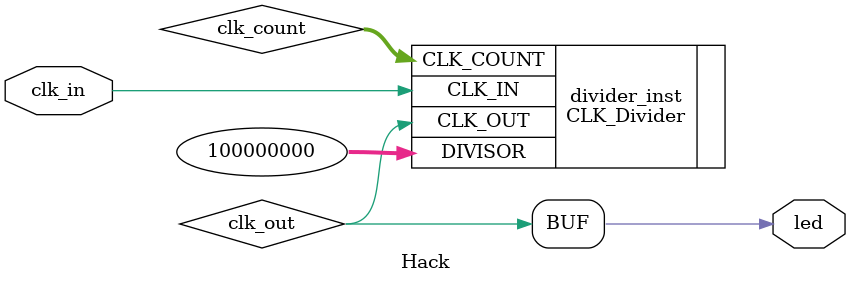
<source format=v>
/**
 * The module Hack is a blinking LED test
 * Blinks a single LED at 1 Hz (toggles every second)
 * It connects the external pins of our FPGA (Hack.pcf)
 * to test basic clock division and LED control
 */
`default_nettype none

`include "../../modules/Nand.v"
`include "../../modules/Not.v"
`include "../../modules/And.v"
`include "../../modules/Or.v"
`include "../../modules/CLK_Divider.v"

module Hack (
    // Clock
    input wire clk_in,

    // GPIO (LED)
    output reg led
);

    // Internal signals
    wire clk_out;
    wire [31:0] clk_count;

    // Module instantiations
    
    // Divide the input clock frequency by 100 million to get a toggle every second
    CLK_Divider divider_inst (
        .CLK_IN(clk_in),
        .DIVISOR(100000000),
        .CLK_OUT(clk_out),
        .CLK_COUNT(clk_count)
    );

    // Combinational logic
    
    // Set the LED to follow the divided clock
    always @(*) begin
        led = clk_out;
    end

endmodule

</source>
